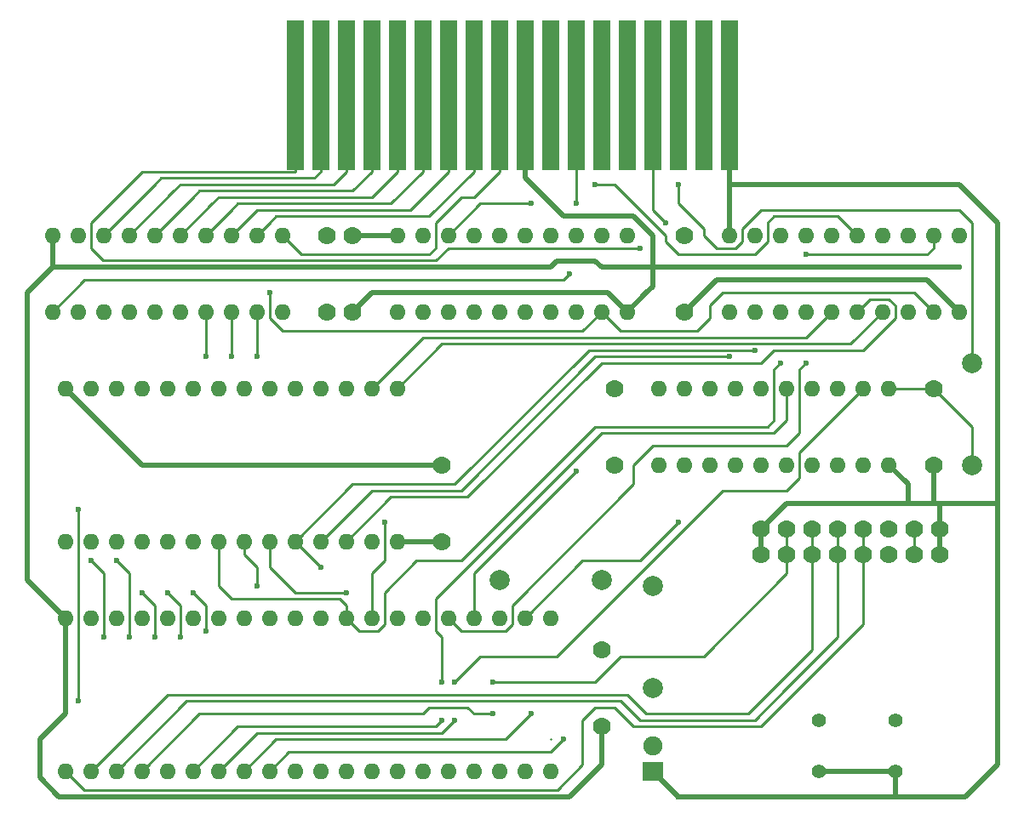
<source format=gbl>
G04 #@! TF.FileFunction,Copper,L2,Bot,Signal*
%FSLAX46Y46*%
G04 Gerber Fmt 4.6, Leading zero omitted, Abs format (unit mm)*
G04 Created by KiCad (PCBNEW 4.0.2+e4-6225~38~ubuntu14.04.1-stable) date Thu 16 Jun 2016 02:06:54 PM CEST*
%MOMM*%
G01*
G04 APERTURE LIST*
%ADD10C,0.100000*%
%ADD11C,1.778000*%
%ADD12O,1.600000X1.600000*%
%ADD13R,2.000000X1.900000*%
%ADD14C,1.900000*%
%ADD15R,1.778000X15.000000*%
%ADD16C,1.397000*%
%ADD17C,1.998980*%
%ADD18C,0.600000*%
%ADD19C,0.250000*%
%ADD20C,0.500000*%
G04 APERTURE END LIST*
D10*
D11*
X168275000Y-86360000D03*
X170815000Y-86360000D03*
X173355000Y-86360000D03*
X175895000Y-86360000D03*
X178435000Y-86360000D03*
X180975000Y-86360000D03*
X183515000Y-86360000D03*
X186055000Y-86360000D03*
X186055000Y-83820000D03*
X183515000Y-83820000D03*
X180975000Y-83820000D03*
X178435000Y-83820000D03*
X175895000Y-83820000D03*
X173355000Y-83820000D03*
X170815000Y-83820000D03*
X168275000Y-83820000D03*
D12*
X99060000Y-107950000D03*
X101600000Y-107950000D03*
X104140000Y-107950000D03*
X106680000Y-107950000D03*
X109220000Y-107950000D03*
X111760000Y-107950000D03*
X114300000Y-107950000D03*
X116840000Y-107950000D03*
X119380000Y-107950000D03*
X121920000Y-107950000D03*
X124460000Y-107950000D03*
X127000000Y-107950000D03*
X129540000Y-107950000D03*
X132080000Y-107950000D03*
X134620000Y-107950000D03*
X137160000Y-107950000D03*
X139700000Y-107950000D03*
X142240000Y-107950000D03*
X144780000Y-107950000D03*
X147320000Y-107950000D03*
X147320000Y-92710000D03*
X144780000Y-92710000D03*
X142240000Y-92710000D03*
X139700000Y-92710000D03*
X137160000Y-92710000D03*
X134620000Y-92710000D03*
X132080000Y-92710000D03*
X129540000Y-92710000D03*
X127000000Y-92710000D03*
X124460000Y-92710000D03*
X121920000Y-92710000D03*
X119380000Y-92710000D03*
X116840000Y-92710000D03*
X114300000Y-92710000D03*
X111760000Y-92710000D03*
X109220000Y-92710000D03*
X106680000Y-92710000D03*
X104140000Y-92710000D03*
X101600000Y-92710000D03*
X99060000Y-92710000D03*
X158115000Y-77470000D03*
X160655000Y-77470000D03*
X163195000Y-77470000D03*
X165735000Y-77470000D03*
X168275000Y-77470000D03*
X170815000Y-77470000D03*
X173355000Y-77470000D03*
X175895000Y-77470000D03*
X178435000Y-77470000D03*
X180975000Y-77470000D03*
X180975000Y-69850000D03*
X178435000Y-69850000D03*
X175895000Y-69850000D03*
X173355000Y-69850000D03*
X170815000Y-69850000D03*
X168275000Y-69850000D03*
X165735000Y-69850000D03*
X163195000Y-69850000D03*
X160655000Y-69850000D03*
X158115000Y-69850000D03*
D11*
X125095000Y-54610000D03*
X125095000Y-62230000D03*
D12*
X154940000Y-54610000D03*
X152400000Y-54610000D03*
X149860000Y-54610000D03*
X147320000Y-54610000D03*
X144780000Y-54610000D03*
X142240000Y-54610000D03*
X139700000Y-54610000D03*
X137160000Y-54610000D03*
X134620000Y-54610000D03*
X132080000Y-54610000D03*
X132080000Y-62230000D03*
X134620000Y-62230000D03*
X137160000Y-62230000D03*
X139700000Y-62230000D03*
X142240000Y-62230000D03*
X144780000Y-62230000D03*
X147320000Y-62230000D03*
X149860000Y-62230000D03*
X152400000Y-62230000D03*
X154940000Y-62230000D03*
D13*
X157480000Y-107950000D03*
D14*
X157480000Y-105410000D03*
D15*
X165100000Y-40640000D03*
X162560000Y-40640000D03*
X160020000Y-40640000D03*
X157480000Y-40640000D03*
X154940000Y-40640000D03*
X152400000Y-40640000D03*
X149860000Y-40640000D03*
X147320000Y-40640000D03*
X144780000Y-40640000D03*
X142240000Y-40640000D03*
X139700000Y-40640000D03*
X137160000Y-40640000D03*
X134620000Y-40640000D03*
X132080000Y-40640000D03*
X129540000Y-40640000D03*
X127000000Y-40640000D03*
X124460000Y-40640000D03*
X121920000Y-40640000D03*
D16*
X173990000Y-107950000D03*
X173990000Y-102870000D03*
X181610000Y-107950000D03*
X181610000Y-102870000D03*
D12*
X187960000Y-54610000D03*
X185420000Y-54610000D03*
X182880000Y-54610000D03*
X180340000Y-54610000D03*
X177800000Y-54610000D03*
X175260000Y-54610000D03*
X172720000Y-54610000D03*
X170180000Y-54610000D03*
X167640000Y-54610000D03*
X165100000Y-54610000D03*
X165100000Y-62230000D03*
X167640000Y-62230000D03*
X170180000Y-62230000D03*
X172720000Y-62230000D03*
X175260000Y-62230000D03*
X177800000Y-62230000D03*
X180340000Y-62230000D03*
X182880000Y-62230000D03*
X185420000Y-62230000D03*
X187960000Y-62230000D03*
X97790000Y-62230000D03*
X100330000Y-62230000D03*
X102870000Y-62230000D03*
X105410000Y-62230000D03*
X107950000Y-62230000D03*
X110490000Y-62230000D03*
X113030000Y-62230000D03*
X115570000Y-62230000D03*
X118110000Y-62230000D03*
X120650000Y-62230000D03*
X120650000Y-54610000D03*
X118110000Y-54610000D03*
X115570000Y-54610000D03*
X113030000Y-54610000D03*
X110490000Y-54610000D03*
X107950000Y-54610000D03*
X105410000Y-54610000D03*
X102870000Y-54610000D03*
X100330000Y-54610000D03*
X97790000Y-54610000D03*
X132080000Y-69850000D03*
X129540000Y-69850000D03*
X127000000Y-69850000D03*
X124460000Y-69850000D03*
X121920000Y-69850000D03*
X119380000Y-69850000D03*
X116840000Y-69850000D03*
X114300000Y-69850000D03*
X111760000Y-69850000D03*
X109220000Y-69850000D03*
X106680000Y-69850000D03*
X104140000Y-69850000D03*
X101600000Y-69850000D03*
X99060000Y-69850000D03*
X99060000Y-85090000D03*
X101600000Y-85090000D03*
X104140000Y-85090000D03*
X106680000Y-85090000D03*
X109220000Y-85090000D03*
X111760000Y-85090000D03*
X114300000Y-85090000D03*
X116840000Y-85090000D03*
X119380000Y-85090000D03*
X121920000Y-85090000D03*
X124460000Y-85090000D03*
X127000000Y-85090000D03*
X129540000Y-85090000D03*
X132080000Y-85090000D03*
D11*
X127635000Y-62230000D03*
X127635000Y-54610000D03*
X160655000Y-62230000D03*
X160655000Y-54610000D03*
X153670000Y-69850000D03*
X153670000Y-77470000D03*
X136525000Y-85090000D03*
X136525000Y-77470000D03*
X152400000Y-103505000D03*
X152400000Y-95885000D03*
X185420000Y-77470000D03*
X185420000Y-69850000D03*
D17*
X189230000Y-77470000D03*
X189230000Y-67310000D03*
X157480000Y-99695000D03*
X157480000Y-89535000D03*
X142240000Y-88900000D03*
X152400000Y-88900000D03*
D18*
X160020000Y-110490000D03*
X187960000Y-57785000D03*
X100330000Y-100965000D03*
X100330000Y-81915000D03*
X102870000Y-94615000D03*
X101600000Y-86995000D03*
X113030000Y-66675000D03*
X104140000Y-86995000D03*
X105410000Y-94615000D03*
X115570000Y-66675000D03*
X107950000Y-94615000D03*
X106680000Y-90170000D03*
X118110000Y-66675000D03*
X110490000Y-94615000D03*
X109220000Y-90170000D03*
X149860000Y-78105000D03*
X119380000Y-60325000D03*
X172720000Y-67310000D03*
X127000000Y-90170000D03*
X130810000Y-83185000D03*
X170180000Y-67310000D03*
X167640000Y-66040000D03*
X124460000Y-87630000D03*
X165100000Y-66675000D03*
X156210000Y-55880000D03*
X158750000Y-53340000D03*
X145415000Y-51435000D03*
X149860000Y-51435000D03*
X172720000Y-56515000D03*
X149225000Y-58420000D03*
X151765000Y-49530000D03*
X141605000Y-102235000D03*
X141605000Y-99060000D03*
X145415000Y-102235000D03*
X148590000Y-104775000D03*
X160020000Y-83185000D03*
X118110000Y-89535000D03*
X137795000Y-99060000D03*
X137795000Y-102870000D03*
X136525000Y-99060000D03*
X136525000Y-102870000D03*
X111760000Y-90170000D03*
X113030000Y-93980000D03*
X160020000Y-49530000D03*
D19*
X147320000Y-104775000D02*
X147320000Y-104775000D01*
D20*
X191770000Y-81280000D02*
X188595000Y-81280000D01*
X188595000Y-81280000D02*
X186055000Y-81280000D01*
X185420000Y-77470000D02*
X185420000Y-81280000D01*
X173990000Y-107950000D02*
X181610000Y-107950000D01*
X181610000Y-110490000D02*
X181610000Y-107950000D01*
X160020000Y-110490000D02*
X157480000Y-107950000D01*
X160655000Y-110490000D02*
X160020000Y-110490000D01*
X191770000Y-107315000D02*
X188595000Y-110490000D01*
X188595000Y-110490000D02*
X181610000Y-110490000D01*
X181610000Y-110490000D02*
X160655000Y-110490000D01*
X191770000Y-107315000D02*
X191770000Y-81280000D01*
X191770000Y-81280000D02*
X191770000Y-78105000D01*
X180975000Y-77470000D02*
X182880000Y-79375000D01*
X182880000Y-79375000D02*
X182880000Y-81280000D01*
X186055000Y-83820000D02*
X186055000Y-86360000D01*
X186055000Y-81280000D02*
X186055000Y-83820000D01*
X168275000Y-83820000D02*
X168275000Y-86360000D01*
X170815000Y-81280000D02*
X168275000Y-83820000D01*
X182880000Y-81280000D02*
X170815000Y-81280000D01*
X186055000Y-81280000D02*
X185420000Y-81280000D01*
X185420000Y-81280000D02*
X182880000Y-81280000D01*
X136525000Y-77470000D02*
X106680000Y-77470000D01*
X106680000Y-77470000D02*
X99060000Y-69850000D01*
X127635000Y-54610000D02*
X132080000Y-54610000D01*
X165100000Y-51435000D02*
X165100000Y-49530000D01*
X165100000Y-49530000D02*
X187960000Y-49530000D01*
X191770000Y-53340000D02*
X191770000Y-78105000D01*
X187960000Y-49530000D02*
X191770000Y-53340000D01*
X165100000Y-49530000D02*
X165100000Y-51435000D01*
X165100000Y-51435000D02*
X165100000Y-54610000D01*
X165100000Y-40640000D02*
X165100000Y-49530000D01*
X157480000Y-57785000D02*
X157480000Y-59690000D01*
X156845000Y-60325000D02*
X154940000Y-62230000D01*
X157480000Y-59690000D02*
X156845000Y-60325000D01*
X156845000Y-53975000D02*
X157480000Y-54610000D01*
X148590000Y-52705000D02*
X155575000Y-52705000D01*
X144780000Y-40640000D02*
X144780000Y-48895000D01*
X144780000Y-48895000D02*
X148590000Y-52705000D01*
X155575000Y-52705000D02*
X156845000Y-53975000D01*
X157480000Y-54610000D02*
X157480000Y-57785000D01*
X151765000Y-57150000D02*
X152400000Y-57785000D01*
X152400000Y-57785000D02*
X156845000Y-57785000D01*
X156845000Y-57785000D02*
X157480000Y-57785000D01*
X157480000Y-57785000D02*
X158115000Y-57785000D01*
X160655000Y-57785000D02*
X187960000Y-57785000D01*
X158115000Y-57785000D02*
X160655000Y-57785000D01*
X160655000Y-62230000D02*
X163830000Y-59055000D01*
X184785000Y-59055000D02*
X187960000Y-62230000D01*
X184150000Y-59055000D02*
X184785000Y-59055000D01*
X163830000Y-59055000D02*
X184150000Y-59055000D01*
X151765000Y-57150000D02*
X147955000Y-57150000D01*
X127635000Y-62230000D02*
X129540000Y-60325000D01*
X129540000Y-60325000D02*
X153035000Y-60325000D01*
X153035000Y-60325000D02*
X154940000Y-62230000D01*
X147955000Y-57150000D02*
X147320000Y-57785000D01*
X147320000Y-57785000D02*
X97790000Y-57785000D01*
X152400000Y-103505000D02*
X152400000Y-107315000D01*
X99060000Y-102235000D02*
X99060000Y-92710000D01*
X96520000Y-104775000D02*
X99060000Y-102235000D01*
X96520000Y-108585000D02*
X96520000Y-104775000D01*
X98425000Y-110490000D02*
X96520000Y-108585000D01*
X149225000Y-110490000D02*
X98425000Y-110490000D01*
X152400000Y-107315000D02*
X149225000Y-110490000D01*
X97790000Y-57785000D02*
X95250000Y-60325000D01*
X95250000Y-60325000D02*
X95250000Y-60960000D01*
X97790000Y-54610000D02*
X97790000Y-57785000D01*
X99060000Y-92710000D02*
X95250000Y-88900000D01*
X95250000Y-83185000D02*
X95250000Y-61595000D01*
X95250000Y-88900000D02*
X95250000Y-83185000D01*
X95250000Y-60960000D02*
X95250000Y-61595000D01*
X132080000Y-85090000D02*
X136525000Y-85090000D01*
X95250000Y-61595000D02*
X95250000Y-60960000D01*
D19*
X100330000Y-100965000D02*
X100330000Y-81915000D01*
X102870000Y-88265000D02*
X102870000Y-94615000D01*
X101600000Y-86995000D02*
X102870000Y-88265000D01*
X113030000Y-62865000D02*
X113030000Y-66675000D01*
X113030000Y-62865000D02*
X113030000Y-62230000D01*
X104140000Y-86995000D02*
X105410000Y-88265000D01*
X105410000Y-88265000D02*
X105410000Y-94615000D01*
X115570000Y-62865000D02*
X115570000Y-66675000D01*
X106680000Y-90170000D02*
X107950000Y-91440000D01*
X107950000Y-91440000D02*
X107950000Y-94615000D01*
X115570000Y-62865000D02*
X115570000Y-62230000D01*
X118110000Y-66675000D02*
X118110000Y-62230000D01*
X110490000Y-91440000D02*
X110490000Y-94615000D01*
X109220000Y-90170000D02*
X110490000Y-91440000D01*
X139700000Y-92710000D02*
X139700000Y-88265000D01*
X139700000Y-88265000D02*
X149860000Y-78105000D01*
X150495000Y-64135000D02*
X120650000Y-64135000D01*
X120650000Y-64135000D02*
X119380000Y-62865000D01*
X119380000Y-62865000D02*
X119380000Y-60325000D01*
X152400000Y-62230000D02*
X150495000Y-64135000D01*
X152400000Y-62230000D02*
X154305000Y-64135000D01*
X183515000Y-60325000D02*
X185420000Y-62230000D01*
X164465000Y-60325000D02*
X183515000Y-60325000D01*
X163195000Y-61595000D02*
X164465000Y-60325000D01*
X163195000Y-62865000D02*
X163195000Y-61595000D01*
X161925000Y-64135000D02*
X163195000Y-62865000D01*
X160655000Y-64135000D02*
X161925000Y-64135000D01*
X154305000Y-64135000D02*
X160655000Y-64135000D01*
X137160000Y-92710000D02*
X138430000Y-93980000D01*
X155575000Y-77470000D02*
X157480000Y-75565000D01*
X155575000Y-79375000D02*
X155575000Y-77470000D01*
X143510000Y-91440000D02*
X155575000Y-79375000D01*
X143510000Y-93345000D02*
X143510000Y-91440000D01*
X142875000Y-93980000D02*
X143510000Y-93345000D01*
X138430000Y-93980000D02*
X142875000Y-93980000D01*
X170815000Y-75565000D02*
X157480000Y-75565000D01*
X172085000Y-74295000D02*
X170815000Y-75565000D01*
X172085000Y-67945000D02*
X172085000Y-74295000D01*
X172720000Y-67310000D02*
X172085000Y-67945000D01*
X119380000Y-87630000D02*
X119380000Y-85090000D01*
X121920000Y-90170000D02*
X119380000Y-87630000D01*
X127000000Y-90170000D02*
X121920000Y-90170000D01*
X129540000Y-69850000D02*
X134620000Y-64770000D01*
X172720000Y-64770000D02*
X175260000Y-62230000D01*
X134620000Y-64770000D02*
X172720000Y-64770000D01*
X175260000Y-62865000D02*
X175260000Y-62230000D01*
X168275000Y-67310000D02*
X169545000Y-66040000D01*
X169545000Y-66040000D02*
X178435000Y-66040000D01*
X127000000Y-85090000D02*
X131445000Y-80645000D01*
X179070000Y-60960000D02*
X177800000Y-62230000D01*
X180975000Y-60960000D02*
X179070000Y-60960000D01*
X181610000Y-61595000D02*
X180975000Y-60960000D01*
X181610000Y-62865000D02*
X181610000Y-61595000D01*
X178435000Y-66040000D02*
X181610000Y-62865000D01*
X152400000Y-67310000D02*
X168275000Y-67310000D01*
X139065000Y-80645000D02*
X152400000Y-67310000D01*
X131445000Y-80645000D02*
X139065000Y-80645000D01*
X130810000Y-86995000D02*
X129540000Y-88265000D01*
X129540000Y-92710000D02*
X129540000Y-88265000D01*
X130810000Y-83185000D02*
X130810000Y-86995000D01*
X132080000Y-69850000D02*
X136525000Y-65405000D01*
X177165000Y-65405000D02*
X180340000Y-62230000D01*
X136525000Y-65405000D02*
X177165000Y-65405000D01*
X127000000Y-92710000D02*
X128270000Y-93980000D01*
X170180000Y-67310000D02*
X169545000Y-67945000D01*
X169545000Y-67945000D02*
X169545000Y-73025000D01*
X169545000Y-73025000D02*
X168910000Y-73660000D01*
X168910000Y-73660000D02*
X151765000Y-73660000D01*
X151765000Y-73660000D02*
X139700000Y-85725000D01*
X138430000Y-86995000D02*
X139700000Y-85725000D01*
X133985000Y-86995000D02*
X138430000Y-86995000D01*
X130810000Y-90170000D02*
X133985000Y-86995000D01*
X130810000Y-91440000D02*
X130810000Y-90170000D01*
X130810000Y-93345000D02*
X130810000Y-91440000D01*
X130175000Y-93980000D02*
X130810000Y-93345000D01*
X129540000Y-93980000D02*
X130175000Y-93980000D01*
X128270000Y-93980000D02*
X129540000Y-93980000D01*
X127000000Y-92710000D02*
X127000000Y-91440000D01*
X114300000Y-89535000D02*
X114300000Y-85090000D01*
X115570000Y-90805000D02*
X114300000Y-89535000D01*
X126365000Y-90805000D02*
X115570000Y-90805000D01*
X127000000Y-91440000D02*
X126365000Y-90805000D01*
X121920000Y-85090000D02*
X127635000Y-79375000D01*
X151130000Y-66040000D02*
X167640000Y-66040000D01*
X137795000Y-79375000D02*
X151130000Y-66040000D01*
X137160000Y-79375000D02*
X137795000Y-79375000D01*
X127635000Y-79375000D02*
X137160000Y-79375000D01*
X124460000Y-87630000D02*
X121920000Y-85090000D01*
X124460000Y-85090000D02*
X129540000Y-80010000D01*
X151765000Y-66675000D02*
X165100000Y-66675000D01*
X138430000Y-80010000D02*
X151765000Y-66675000D01*
X129540000Y-80010000D02*
X138430000Y-80010000D01*
X183515000Y-86360000D02*
X183515000Y-83820000D01*
X121920000Y-48260000D02*
X106680000Y-48260000D01*
X106680000Y-48260000D02*
X101600000Y-53340000D01*
X101600000Y-53340000D02*
X101600000Y-55880000D01*
X101600000Y-55880000D02*
X102829998Y-57109998D01*
X102829998Y-57109998D02*
X135255000Y-57109998D01*
X121920000Y-40640000D02*
X121920000Y-48260000D01*
X157480000Y-52070000D02*
X157480000Y-40640000D01*
X157480000Y-52070000D02*
X158750000Y-53340000D01*
X135930002Y-57109998D02*
X135255000Y-57109998D01*
X137160000Y-55880000D02*
X135930002Y-57109998D01*
X155575000Y-55880000D02*
X137160000Y-55880000D01*
X156210000Y-55880000D02*
X155575000Y-55880000D01*
X140335000Y-51435000D02*
X145415000Y-51435000D01*
X137160000Y-54610000D02*
X140335000Y-51435000D01*
X149860000Y-51435000D02*
X149860000Y-40640000D01*
X120650000Y-54610000D02*
X122555000Y-56515000D01*
X142240000Y-48260000D02*
X142240000Y-40640000D01*
X139700000Y-50800000D02*
X142240000Y-48260000D01*
X138430000Y-50800000D02*
X139700000Y-50800000D01*
X135890000Y-53340000D02*
X138430000Y-50800000D01*
X135890000Y-55880000D02*
X135890000Y-53340000D01*
X135255000Y-56515000D02*
X135890000Y-55880000D01*
X134620000Y-56515000D02*
X135255000Y-56515000D01*
X122555000Y-56515000D02*
X134620000Y-56515000D01*
X134620000Y-52705000D02*
X135255000Y-52705000D01*
X118110000Y-54610000D02*
X119380000Y-53340000D01*
X134620000Y-52705000D02*
X120015000Y-52705000D01*
X120015000Y-52705000D02*
X119380000Y-53340000D01*
X139700000Y-48260000D02*
X139700000Y-40640000D01*
X135255000Y-52705000D02*
X139700000Y-48260000D01*
X115570000Y-54610000D02*
X118110000Y-52070000D01*
X137160000Y-48260000D02*
X137160000Y-40640000D01*
X133350000Y-52070000D02*
X137160000Y-48260000D01*
X118110000Y-52070000D02*
X133350000Y-52070000D01*
X130810000Y-51435000D02*
X131445000Y-51435000D01*
X113030000Y-54610000D02*
X115570000Y-52070000D01*
X130810000Y-51435000D02*
X116205000Y-51435000D01*
X116205000Y-51435000D02*
X115570000Y-52070000D01*
X134620000Y-48260000D02*
X134620000Y-40640000D01*
X131445000Y-51435000D02*
X134620000Y-48260000D01*
X128905000Y-50800000D02*
X129540000Y-50800000D01*
X110490000Y-54610000D02*
X113665000Y-51435000D01*
X114300000Y-50800000D02*
X128905000Y-50800000D01*
X114300000Y-50800000D02*
X113665000Y-51435000D01*
X132080000Y-48260000D02*
X132080000Y-40640000D01*
X129540000Y-50800000D02*
X132080000Y-48260000D01*
X126815002Y-50165000D02*
X127635000Y-50165000D01*
X107950000Y-54610000D02*
X111760000Y-50800000D01*
X112395000Y-50165000D02*
X126815002Y-50165000D01*
X112395000Y-50165000D02*
X111760000Y-50800000D01*
X129540000Y-48260000D02*
X129540000Y-40640000D01*
X127635000Y-50165000D02*
X129540000Y-48260000D01*
X125730000Y-49530000D02*
X127000000Y-48260000D01*
X110490000Y-49530000D02*
X109855000Y-50165000D01*
X110490000Y-49530000D02*
X125095000Y-49530000D01*
X105410000Y-54610000D02*
X109855000Y-50165000D01*
X125095000Y-49530000D02*
X125730000Y-49530000D01*
X127000000Y-48260000D02*
X127000000Y-40640000D01*
X108585000Y-48895000D02*
X121920000Y-48895000D01*
X102870000Y-54610000D02*
X107950000Y-49530000D01*
X108585000Y-48895000D02*
X107950000Y-49530000D01*
X124460000Y-48260000D02*
X124460000Y-40640000D01*
X123825000Y-48895000D02*
X124460000Y-48260000D01*
X121920000Y-48895000D02*
X123825000Y-48895000D01*
X185420000Y-55880000D02*
X185420000Y-54610000D01*
X184785000Y-56515000D02*
X172720000Y-56515000D01*
X185420000Y-55880000D02*
X184785000Y-56515000D01*
X147955000Y-59055000D02*
X148590000Y-59055000D01*
X136525000Y-59055000D02*
X147955000Y-59055000D01*
X97790000Y-62230000D02*
X100965000Y-59055000D01*
X100965000Y-59055000D02*
X136525000Y-59055000D01*
X148590000Y-59055000D02*
X149225000Y-58420000D01*
X160020000Y-56515000D02*
X158750000Y-55245000D01*
X160020000Y-56515000D02*
X162560000Y-56515000D01*
X156845000Y-52705000D02*
X153670000Y-49530000D01*
X153670000Y-49530000D02*
X151765000Y-49530000D01*
X175895000Y-52705000D02*
X177800000Y-54610000D01*
X168910000Y-55245000D02*
X167640000Y-56515000D01*
X168910000Y-53340000D02*
X168910000Y-55245000D01*
X169545000Y-52705000D02*
X168910000Y-53340000D01*
X175895000Y-52705000D02*
X169545000Y-52705000D01*
X162560000Y-56515000D02*
X167640000Y-56515000D01*
X158750000Y-54610000D02*
X156845000Y-52705000D01*
X158750000Y-55245000D02*
X158750000Y-54610000D01*
X189230000Y-77470000D02*
X189230000Y-73660000D01*
X189230000Y-73660000D02*
X185420000Y-69850000D01*
X180975000Y-69850000D02*
X185420000Y-69850000D01*
X185458100Y-69888100D02*
X185420000Y-69850000D01*
X134620000Y-102235000D02*
X135255000Y-101600000D01*
X139065000Y-101600000D02*
X139700000Y-102235000D01*
X135255000Y-101600000D02*
X139065000Y-101600000D01*
X170815000Y-88265000D02*
X162560000Y-96520000D01*
X162560000Y-96520000D02*
X154305000Y-96520000D01*
X154305000Y-96520000D02*
X151765000Y-99060000D01*
X151765000Y-99060000D02*
X141605000Y-99060000D01*
X141605000Y-102235000D02*
X139700000Y-102235000D01*
X170815000Y-86360000D02*
X170815000Y-88265000D01*
X112395000Y-102235000D02*
X106680000Y-107950000D01*
X134620000Y-102235000D02*
X112395000Y-102235000D01*
X170815000Y-83820000D02*
X170815000Y-86360000D01*
X167005000Y-102235000D02*
X173355000Y-95885000D01*
X173355000Y-95885000D02*
X173355000Y-95250000D01*
X156845000Y-102235000D02*
X166370000Y-102235000D01*
X109220000Y-100330000D02*
X154940000Y-100330000D01*
X101600000Y-107950000D02*
X109220000Y-100330000D01*
X154940000Y-100330000D02*
X156845000Y-102235000D01*
X173355000Y-95250000D02*
X173355000Y-86360000D01*
X166370000Y-102235000D02*
X167005000Y-102235000D01*
X173355000Y-86360000D02*
X173355000Y-83820000D01*
X175895000Y-86360000D02*
X175895000Y-94615000D01*
X151765000Y-100965000D02*
X154305000Y-100965000D01*
X111125000Y-100965000D02*
X104140000Y-107950000D01*
X111125000Y-100965000D02*
X151765000Y-100965000D01*
X167640000Y-102870000D02*
X170815000Y-99695000D01*
X156210000Y-102870000D02*
X167640000Y-102870000D01*
X154305000Y-100965000D02*
X156210000Y-102870000D01*
X170815000Y-99695000D02*
X175895000Y-94615000D01*
X175895000Y-83820000D02*
X175895000Y-86360000D01*
X178435000Y-83820000D02*
X178435000Y-86360000D01*
X99060000Y-107950000D02*
X100924998Y-109814998D01*
X178435000Y-93345000D02*
X178435000Y-86360000D01*
X168275000Y-103505000D02*
X178435000Y-93345000D01*
X155575000Y-103505000D02*
X168275000Y-103505000D01*
X153670000Y-101600000D02*
X155575000Y-103505000D01*
X151765000Y-101600000D02*
X153670000Y-101600000D01*
X150495000Y-102870000D02*
X151765000Y-101600000D01*
X150495000Y-107315000D02*
X150495000Y-102870000D01*
X147995002Y-109814998D02*
X150495000Y-107315000D01*
X100924998Y-109814998D02*
X147995002Y-109814998D01*
X145415000Y-102235000D02*
X142875000Y-104775000D01*
X116840000Y-107950000D02*
X120015000Y-104775000D01*
X120015000Y-104775000D02*
X142875000Y-104775000D01*
X147320000Y-106045000D02*
X148590000Y-104775000D01*
X121285000Y-106045000D02*
X139700000Y-106045000D01*
X139700000Y-106045000D02*
X147320000Y-106045000D01*
X119380000Y-107950000D02*
X121285000Y-106045000D01*
X150495000Y-86995000D02*
X144780000Y-92710000D01*
X156210000Y-86995000D02*
X150495000Y-86995000D01*
X160020000Y-83185000D02*
X156210000Y-86995000D01*
X116840000Y-86360000D02*
X118110000Y-87630000D01*
X118110000Y-87630000D02*
X118110000Y-89535000D01*
X116840000Y-85090000D02*
X116840000Y-86360000D01*
X144145000Y-96520000D02*
X140335000Y-96520000D01*
X118110000Y-104140000D02*
X136525000Y-104140000D01*
X114300000Y-107950000D02*
X118110000Y-104140000D01*
X147955000Y-96520000D02*
X144145000Y-96520000D01*
X137795000Y-102870000D02*
X136525000Y-104140000D01*
X150495000Y-93980000D02*
X156845000Y-87630000D01*
X150495000Y-93980000D02*
X147955000Y-96520000D01*
X140335000Y-96520000D02*
X137795000Y-99060000D01*
X156845000Y-87630000D02*
X156845000Y-87630000D01*
X170815000Y-80010000D02*
X164465000Y-80010000D01*
X172085000Y-78740000D02*
X170815000Y-80010000D01*
X164465000Y-80010000D02*
X156845000Y-87630000D01*
X172085000Y-76200000D02*
X172085000Y-78740000D01*
X172085000Y-76200000D02*
X178435000Y-69850000D01*
X135890000Y-103505000D02*
X136525000Y-102870000D01*
X116205000Y-103505000D02*
X135890000Y-103505000D01*
X170815000Y-69850000D02*
X170815000Y-73025000D01*
X152400000Y-74295000D02*
X135890000Y-90805000D01*
X153035000Y-74295000D02*
X152400000Y-74295000D01*
X169545000Y-74295000D02*
X153035000Y-74295000D01*
X170815000Y-73025000D02*
X169545000Y-74295000D01*
X116205000Y-103505000D02*
X111760000Y-107950000D01*
X135890000Y-93980000D02*
X135890000Y-90805000D01*
X136525000Y-94615000D02*
X135890000Y-93980000D01*
X136525000Y-99060000D02*
X136525000Y-94615000D01*
X136525000Y-102870000D02*
X136525000Y-102870000D01*
X111760000Y-90170000D02*
X113030000Y-91440000D01*
X113030000Y-91440000D02*
X113030000Y-93980000D01*
X189230000Y-67310000D02*
X189230000Y-53340000D01*
X160020000Y-49530000D02*
X160020000Y-51435000D01*
X160020000Y-51435000D02*
X162560000Y-53975000D01*
X162560000Y-53975000D02*
X162560000Y-54610000D01*
X162560000Y-54610000D02*
X163195000Y-55245000D01*
X163195000Y-55245000D02*
X163830000Y-55880000D01*
X163830000Y-55880000D02*
X165735000Y-55880000D01*
X165735000Y-55880000D02*
X166370000Y-55245000D01*
X166370000Y-55245000D02*
X166370000Y-53975000D01*
X166370000Y-53975000D02*
X168275000Y-52070000D01*
X168275000Y-52070000D02*
X187960000Y-52070000D01*
X187960000Y-52070000D02*
X189230000Y-53340000D01*
M02*

</source>
